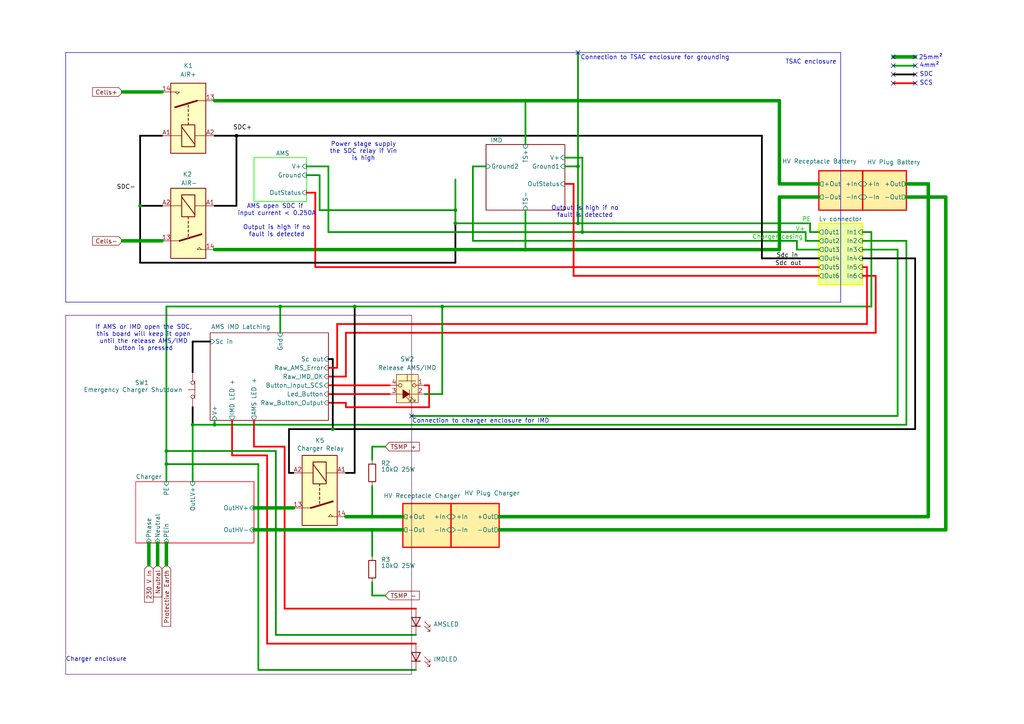
<source format=kicad_sch>
(kicad_sch (version 20231120) (generator "eeschema") (generator_version "8.0")
  (paper "A4")
  (title_block (title "Charger") (date "2024-03-29") (rev "v1.1") (company "EPSA"))
  (lib_symbols
    (symbol "Device:R" (pin_numbers hide) (pin_names (offset 0))
      (property "Reference" "R" (at 2.032 0 90))
      (property "Value" "R" (at 0 0 90))
      (symbol "R_0_1"
        (rectangle (start -1.016 -2.54) (end 1.016 2.54) (stroke (width 0.254)))
      )
      (symbol "R_1_1"
        (pin passive line (at 0 3.81 270) (length 1.27) (name "~") (number "1"))
        (pin passive line (at 0 -3.81 90) (length 1.27) (name "~") (number "2"))
      )
    )
    (symbol "EPSA:LED" (pin_numbers hide) (pin_names (offset 1.016) hide)
      (property "Reference" "D" (at 0 2.54 0))
      (symbol "LED_0_1"
        (polyline (pts (xy -1.27 -1.27) (xy -1.27 1.27)) (stroke (width 0.254)))
        (polyline (pts (xy -1.27 0) (xy 1.27 0)))
        (polyline (pts (xy 1.27 -1.27) (xy 1.27 1.27) (xy -1.27 0) (xy 1.27 -1.27)) (stroke (width 0.254)))
        (polyline (pts (xy -1.27 -2.54) (xy -2.794 -4.064) (xy -2.032 -4.064) (xy -2.794 -4.064) (xy -2.794 -3.302)))
        (polyline (pts (xy 0 -2.54) (xy -1.524 -4.064) (xy -0.762 -4.064) (xy -1.524 -4.064) (xy -1.524 -3.302)))
      )
      (symbol "LED_1_1"
        (pin passive line (at -3.81 0 0) (length 2.54) (name "K") (number "1"))
        (pin passive line (at 3.81 0 180) (length 2.54) (name "A") (number "2"))
      )
    )
    (symbol "Relay:Relay_SPST-NO"
      (property "Reference" "K" (at 11.43 3.81 0))
      (property "Value" "Relay_SPST-NO" (at 11.43 1.27 0))
      (symbol "Relay_SPST-NO_0_0"
        (polyline (pts (xy 7.62 5.08) (xy 7.62 2.54) (xy 6.985 3.175) (xy 7.62 3.81)))
      )
      (symbol "Relay_SPST-NO_0_1"
        (rectangle (start -10.16 5.08) (end 10.16 -5.08) (stroke (width 0.254)) (fill (type background)))
        (rectangle (start -8.255 1.905) (end -1.905 -1.905) (stroke (width 0.254)))
        (polyline (pts (xy -7.62 -1.905) (xy -2.54 1.905)) (stroke (width 0.254)))
        (polyline (pts (xy -5.08 -5.08) (xy -5.08 -1.905)))
        (polyline (pts (xy -5.08 5.08) (xy -5.08 1.905)))
        (polyline (pts (xy -1.905 0) (xy -1.27 0)) (stroke (width 0.254)))
        (polyline (pts (xy -0.635 0) (xy 0 0)) (stroke (width 0.254)))
        (polyline (pts (xy 0.635 0) (xy 1.27 0)) (stroke (width 0.254)))
        (polyline (pts (xy 1.905 0) (xy 2.54 0)) (stroke (width 0.254)))
        (polyline (pts (xy 3.175 0) (xy 3.81 0)) (stroke (width 0.254)))
        (polyline (pts (xy 5.08 -2.54) (xy 3.175 3.81)) (stroke (width 0.508)))
        (polyline (pts (xy 5.08 -2.54) (xy 5.08 -5.08)))
      )
      (symbol "Relay_SPST-NO_1_1"
        (pin passive line (at 5.08 -7.62 90) (length 2.54) (name "~") (number "13"))
        (pin passive line (at 7.62 7.62 270) (length 2.54) (name "~") (number "14"))
        (pin passive line (at -5.08 7.62 270) (length 2.54) (name "~") (number "A1"))
        (pin passive line (at -5.08 -7.62 90) (length 2.54) (name "~") (number "A2"))
      )
    )
    (symbol "Switch:SW_MEC_5G_LED" (pin_names (offset 1.016) hide)
      (property "Reference" "SW" (at 0 7.62 0))
      (property "Value" "SW_MEC_5G_LED" (at 0 -3.81 0))
      (symbol "SW_MEC_5G_LED_0_0"
        (polyline (pts (xy -2.54 0) (xy 2.54 0)))
        (polyline (pts (xy -2.286 -2.159) (xy -1.016 -0.889)))
        (polyline (pts (xy -1.016 -2.159) (xy 0.254 -0.889)))
        (polyline (pts (xy -0.635 1.27) (xy -0.635 -1.27)))
        (polyline (pts (xy -2.286 -1.524) (xy -2.286 -2.159) (xy -1.651 -2.159)))
        (polyline (pts (xy -1.016 -1.524) (xy -1.016 -2.159) (xy -0.381 -2.159)))
        (polyline (pts (xy -0.635 0) (xy 1.27 1.27) (xy 1.27 -1.27) (xy -0.635 0)) (fill (type outline)))
      )
      (symbol "SW_MEC_5G_LED_0_1"
        (circle (center -2.032 2.54) (radius 0.508))
        (polyline (pts (xy 0 3.81) (xy 0 5.588)))
        (polyline (pts (xy 2.54 3.81) (xy -2.54 3.81)))
        (circle (center 2.032 2.54) (radius 0.508))
        (pin passive line (at -5.08 2.54 0) (length 2.54) (name "1") (number "1"))
        (pin passive line (at -5.08 0 0) (length 2.54) (name "2") (number "2"))
        (pin passive line (at 5.08 0 180) (length 2.54) (name "K") (number "3"))
        (pin passive line (at 5.08 2.54 180) (length 2.54) (name "A") (number "4"))
      )
      (symbol "SW_MEC_5G_LED_1_1"
        (rectangle (start -3.175 5.715) (end 3.175 -2.54) (fill (type background)))
      )
    )
    (symbol "Switch:SW_Push_Open" (pin_numbers hide) (pin_names (offset 1.016) hide)
      (property "Reference" "SW" (at 0 2.54 0))
      (property "Value" "SW_Push_Open" (at 0 -1.905 0))
      (symbol "SW_Push_Open_0_1"
        (circle (center -2.032 0) (radius 0.508))
        (polyline (pts (xy -2.54 -0.635) (xy 2.54 -0.635)))
        (polyline (pts (xy 0 -0.635) (xy 0 1.27)))
        (circle (center 2.032 0) (radius 0.508))
        (pin passive line (at -5.08 0 0) (length 2.54) (name "A") (number "1"))
      )
      (symbol "SW_Push_Open_1_1"
        (pin passive line (at 5.08 0 180) (length 2.54) (name "B") (number "2"))
      )
    )
  )
  (junction (at 40.64 59.69))
  (junction (at 48.26 130.81))
  (junction (at 107.95 153.67))
  (junction (at 168.91 67.31))
  (junction (at 152.4 72.39))
  (junction (at 132.08 60.96))
  (junction (at 152.4 29.21))
  (junction (at 128.27 88.9))
  (junction (at 68.58 39.37) (color 0 0 0 1))
  (junction (at 107.95 149.86))
  (junction (at 167.64 64.77))
  (junction (at 48.26 134.62))
  (junction (at 81.28 88.9))
  (junction (at 96.52 124.46))
  (junction (at 62.23 123.19))
  (junction (at 132.08 64.77))
  (junction (at 55.88 123.19))
  (junction (at 167.64 48.26))
  (junction (at 102.87 88.9))
  (no_connect (at 265.43 24.13))
  (no_connect (at 265.43 21.59))
  (no_connect (at 265.43 16.51))
  (no_connect (at 167.64 15.24))
  (no_connect (at 259.08 21.59))
  (no_connect (at 265.43 19.05))
  (no_connect (at 259.08 16.51))
  (no_connect (at 259.08 19.05))
  (no_connect (at 259.08 24.13))
  (no_connect (at 119.38 120.65))
  (wire (pts (xy 107.95 172.72) (xy 111.76 172.72)) (stroke (width 0.5)))
  (wire (pts (xy 91.44 55.88) (xy 91.44 77.47)) (stroke (width 0.508) (color 255 0 0 1)))
  (wire (pts (xy 234.95 64.77) (xy 234.95 67.31)) (stroke (width 0.5)))
  (wire (pts (xy 259.08 21.59) (xy 265.43 21.59)) (stroke (width 0.508) (color 0 0 0 1)))
  (wire (pts (xy 82.55 176.53) (xy 120.65 176.53)) (stroke (width 0.508) (color 255 0 0 1)))
  (wire (pts (xy 137.16 48.26) (xy 140.97 48.26)) (stroke (width 0.5)))
  (wire (pts (xy 262.89 69.85) (xy 262.89 123.19)) (stroke (width 0.5)))
  (wire (pts (xy 40.64 76.2) (xy 132.08 76.2)) (stroke (width 0.508) (color 0 0 0 1)))
  (wire (pts (xy 132.08 76.2) (xy 132.08 64.77)) (stroke (width 0.508) (color 0 0 0 1)))
  (wire (pts (xy 119.38 120.65) (xy 260.35 120.65)) (stroke (width 0.5)))
  (wire (pts (xy 96.52 124.46) (xy 265.43 124.46)) (stroke (width 0.508) (color 0 0 0 1)))
  (wire (pts (xy 252.73 88.9) (xy 128.27 88.9)) (stroke (width 0.5)))
  (wire (pts (xy 95.25 111.76) (xy 113.03 111.76)) (stroke (width 0.508) (color 255 0 0 1)))
  (wire (pts (xy 107.95 149.86) (xy 100.33 149.86)) (stroke (width 1.016)))
  (wire (pts (xy 55.88 99.06) (xy 55.88 107.95)) (stroke (width 0.508) (color 0 0 0 1)))
  (wire (pts (xy 83.82 124.46) (xy 83.82 137.16)) (stroke (width 0.508) (color 0 0 0 1)))
  (wire (pts (xy 166.37 53.34) (xy 166.37 80.01)) (stroke (width 0.508) (color 255 0 0 1)))
  (wire (pts (xy 82.55 129.54) (xy 82.55 176.53)) (stroke (width 0.508) (color 255 0 0 1)))
  (wire (pts (xy 124.46 111.76) (xy 123.19 111.76)) (stroke (width 0.508) (color 255 0 0 1)))
  (wire (pts (xy 107.95 140.97) (xy 107.95 149.86)) (stroke (width 0.5)))
  (wire (pts (xy 234.95 67.31) (xy 237.49 67.31)) (stroke (width 0.5)))
  (wire (pts (xy 231.14 69.85) (xy 231.14 72.39)) (stroke (width 0.5)))
  (wire (pts (xy 251.46 77.47) (xy 251.46 93.98)) (stroke (width 0.508) (color 255 0 0 1)))
  (wire (pts (xy 132.08 60.96) (xy 132.08 52.07)) (stroke (width 0.5)))
  (wire (pts (xy 62.23 123.19) (xy 262.89 123.19)) (stroke (width 0.5)))
  (wire (pts (xy 48.26 134.62) (xy 74.93 134.62)) (stroke (width 0.5)))
  (wire (pts (xy 92.71 50.8) (xy 88.9 50.8)) (stroke (width 0.5)))
  (wire (pts (xy 167.64 48.26) (xy 167.64 64.77)) (stroke (width 0.5)))
  (wire (pts (xy 77.47 186.69) (xy 120.65 186.69)) (stroke (width 0.508) (color 255 0 0 1)))
  (wire (pts (xy 81.28 88.9) (xy 48.26 88.9)) (stroke (width 0.5)))
  (wire (pts (xy 100.33 96.52) (xy 100.33 109.22)) (stroke (width 0.508) (color 255 0 0 1)))
  (wire (pts (xy 128.27 88.9) (xy 102.87 88.9)) (stroke (width 0.5)))
  (wire (pts (xy 152.4 72.39) (xy 226.06 72.39)) (stroke (width 1)))
  (wire (pts (xy 95.25 104.14) (xy 96.52 104.14)) (stroke (width 0.508) (color 0 0 0 1)))
  (wire (pts (xy 137.16 69.85) (xy 231.14 69.85)) (stroke (width 0.5)))
  (wire (pts (xy 250.19 67.31) (xy 252.73 67.31)) (stroke (width 0.5)))
  (wire (pts (xy 116.84 149.86) (xy 107.95 149.86)) (stroke (width 1.016)))
  (wire (pts (xy 55.88 118.11) (xy 55.88 123.19)) (stroke (width 0.508) (color 0 0 0 1)))
  (wire (pts (xy 260.35 72.39) (xy 260.35 120.65)) (stroke (width 0.5)))
  (wire (pts (xy 92.71 60.96) (xy 132.08 60.96)) (stroke (width 0.5)))
  (wire (pts (xy 274.32 57.15) (xy 262.89 57.15)) (stroke (width 1.016)))
  (wire (pts (xy 252.73 67.31) (xy 252.73 88.9)) (stroke (width 0.5)))
  (wire (pts (xy 73.66 153.67) (xy 107.95 153.67)) (stroke (width 1.016)))
  (wire (pts (xy 167.64 15.24) (xy 167.64 48.26)) (stroke (width 0.5)))
  (wire (pts (xy 40.64 39.37) (xy 40.64 59.69)) (stroke (width 0.508) (color 0 0 0 1)))
  (wire (pts (xy 233.68 69.85) (xy 237.49 69.85)) (stroke (width 0.5)))
  (polyline (pts (xy 19.05 15.24) (xy 19.05 87.63)) (stroke (width 0) (type solid)))
  (wire (pts (xy 100.33 118.11) (xy 100.33 116.84)) (stroke (width 0.508) (color 255 0 0 1)))
  (wire (pts (xy 88.9 55.88) (xy 91.44 55.88)) (stroke (width 0.508) (color 255 0 0 1)))
  (wire (pts (xy 250.19 80.01) (xy 254 80.01)) (stroke (width 0.508) (color 255 0 0 1)))
  (wire (pts (xy 269.24 53.34) (xy 262.89 53.34)) (stroke (width 1.016)))
  (wire (pts (xy 226.06 57.15) (xy 226.06 72.39)) (stroke (width 1)))
  (wire (pts (xy 80.01 184.15) (xy 120.65 184.15)) (stroke (width 0.5)))
  (wire (pts (xy 68.58 59.69) (xy 62.23 59.69)) (stroke (width 0.508) (color 0 0 0 1)))
  (polyline (pts (xy 243.84 15.24) (xy 19.05 15.24)) (stroke (width 0) (type solid)))
  (wire (pts (xy 77.47 132.08) (xy 77.47 186.69)) (stroke (width 0.508) (color 255 0 0 1)))
  (wire (pts (xy 259.08 24.13) (xy 265.43 24.13)) (stroke (width 0.508) (color 255 0 0 1)))
  (wire (pts (xy 40.64 59.69) (xy 40.64 76.2)) (stroke (width 0.508) (color 0 0 0 1)))
  (wire (pts (xy 167.64 64.77) (xy 234.95 64.77)) (stroke (width 0.5)))
  (wire (pts (xy 62.23 72.39) (xy 152.4 72.39)) (stroke (width 1)))
  (wire (pts (xy 62.23 39.37) (xy 68.58 39.37)) (stroke (width 0.508) (color 0 0 0 1)))
  (wire (pts (xy 231.14 72.39) (xy 237.49 72.39)) (stroke (width 0.5)))
  (wire (pts (xy 95.25 67.31) (xy 168.91 67.31)) (stroke (width 0.5)))
  (wire (pts (xy 91.44 77.47) (xy 237.49 77.47)) (stroke (width 0.508) (color 255 0 0 1)))
  (wire (pts (xy 43.18 163.83) (xy 43.18 157.48)) (stroke (width 1.016)))
  (wire (pts (xy 128.27 88.9) (xy 128.27 114.3)) (stroke (width 0.5)))
  (wire (pts (xy 55.88 123.19) (xy 55.88 139.7)) (stroke (width 0.5)))
  (wire (pts (xy 97.79 93.98) (xy 97.79 106.68)) (stroke (width 0.508) (color 255 0 0 1)))
  (wire (pts (xy 96.52 104.14) (xy 96.52 124.46)) (stroke (width 0.508) (color 0 0 0 1)))
  (wire (pts (xy 254 96.52) (xy 100.33 96.52)) (stroke (width 0.508) (color 255 0 0 1)))
  (wire (pts (xy 100.33 116.84) (xy 95.25 116.84)) (stroke (width 0.508) (color 255 0 0 1)))
  (wire (pts (xy 168.91 45.72) (xy 168.91 67.31)) (stroke (width 0.5)))
  (wire (pts (xy 107.95 129.54) (xy 107.95 133.35)) (stroke (width 0.5)))
  (wire (pts (xy 48.26 130.81) (xy 48.26 134.62)) (stroke (width 0.5)))
  (wire (pts (xy 73.66 147.32) (xy 85.09 147.32)) (stroke (width 1.016)))
  (polyline (pts (xy 243.84 22.86) (xy 243.84 15.24)) (stroke (width 0) (type solid)))
  (wire (pts (xy 62.23 29.21) (xy 152.4 29.21)) (stroke (width 1)))
  (wire (pts (xy 220.98 74.93) (xy 237.49 74.93)) (stroke (width 0.508) (color 0 0 0 1)))
  (wire (pts (xy 265.43 74.93) (xy 250.19 74.93)) (stroke (width 0.508) (color 0 0 0 1)))
  (wire (pts (xy 250.19 72.39) (xy 260.35 72.39)) (stroke (width 0.5)))
  (wire (pts (xy 62.23 121.92) (xy 62.23 123.19)) (stroke (width 0.5)))
  (polyline (pts (xy 19.05 87.63) (xy 243.84 87.63)) (stroke (width 0) (type solid)))
  (wire (pts (xy 48.26 163.83) (xy 48.26 157.48)) (stroke (width 1.016)))
  (wire (pts (xy 74.93 194.31) (xy 120.65 194.31)) (stroke (width 0.5)))
  (wire (pts (xy 144.78 149.86) (xy 269.24 149.86)) (stroke (width 1.016)))
  (wire (pts (xy 107.95 153.67) (xy 116.84 153.67)) (stroke (width 1.016)))
  (wire (pts (xy 68.58 39.37) (xy 220.98 39.37)) (stroke (width 0.508) (color 0 0 0 1)))
  (wire (pts (xy 68.58 39.37) (xy 68.58 59.69)) (stroke (width 0.508) (color 0 0 0 1)))
  (wire (pts (xy 45.72 163.83) (xy 45.72 157.48)) (stroke (width 1.016)))
  (wire (pts (xy 100.33 137.16) (xy 102.87 137.16)) (stroke (width 0.508) (color 0 0 0 1)))
  (wire (pts (xy 81.28 88.9) (xy 81.28 96.52)) (stroke (width 0.5)))
  (wire (pts (xy 251.46 77.47) (xy 250.19 77.47)) (stroke (width 0.508) (color 255 0 0 1)))
  (wire (pts (xy 102.87 88.9) (xy 102.87 137.16)) (stroke (width 0.508) (color 0 0 0 1)))
  (wire (pts (xy 124.46 118.11) (xy 100.33 118.11)) (stroke (width 0.508) (color 255 0 0 1)))
  (wire (pts (xy 152.4 29.21) (xy 226.06 29.21)) (stroke (width 1)))
  (wire (pts (xy 123.19 114.3) (xy 128.27 114.3)) (stroke (width 0.5)))
  (wire (pts (xy 274.32 57.15) (xy 274.32 153.67)) (stroke (width 1.016)))
  (wire (pts (xy 73.66 121.92) (xy 73.66 129.54)) (stroke (width 0.508) (color 255 0 0 1)))
  (wire (pts (xy 168.91 45.72) (xy 163.83 45.72)) (stroke (width 0.5)))
  (wire (pts (xy 95.25 48.26) (xy 95.25 67.31)) (stroke (width 0.5)))
  (wire (pts (xy 220.98 39.37) (xy 220.98 74.93)) (stroke (width 0.508) (color 0 0 0 1)))
  (wire (pts (xy 167.64 48.26) (xy 163.83 48.26)) (stroke (width 0.5)))
  (wire (pts (xy 48.26 88.9) (xy 48.26 130.81)) (stroke (width 0.5)))
  (wire (pts (xy 95.25 109.22) (xy 100.33 109.22)) (stroke (width 0.508) (color 255 0 0 1)))
  (wire (pts (xy 107.95 153.67) (xy 107.95 161.29)) (stroke (width 0.5)))
  (wire (pts (xy 73.66 129.54) (xy 82.55 129.54)) (stroke (width 0.508) (color 255 0 0 1)))
  (wire (pts (xy 97.79 93.98) (xy 251.46 93.98)) (stroke (width 0.508) (color 255 0 0 1)))
  (wire (pts (xy 83.82 137.16) (xy 85.09 137.16)) (stroke (width 0.508) (color 0 0 0 1)))
  (wire (pts (xy 226.06 29.21) (xy 226.06 53.34)) (stroke (width 1)))
  (wire (pts (xy 233.68 67.31) (xy 233.68 69.85)) (stroke (width 0.5)))
  (wire (pts (xy 97.79 106.68) (xy 95.25 106.68)) (stroke (width 0.508) (color 255 0 0 1)))
  (wire (pts (xy 107.95 129.54) (xy 111.76 129.54)) (stroke (width 0.5)))
  (wire (pts (xy 62.23 123.19) (xy 55.88 123.19)) (stroke (width 0.5)))
  (wire (pts (xy 74.93 134.62) (xy 74.93 194.31)) (stroke (width 0.5)))
  (wire (pts (xy 254 80.01) (xy 254 96.52)) (stroke (width 0.508) (color 255 0 0 1)))
  (wire (pts (xy 144.78 153.67) (xy 274.32 153.67)) (stroke (width 1.016)))
  (wire (pts (xy 163.83 53.34) (xy 166.37 53.34)) (stroke (width 0.508) (color 255 0 0 1)))
  (wire (pts (xy 265.43 124.46) (xy 265.43 74.93)) (stroke (width 0.508) (color 0 0 0 1)))
  (wire (pts (xy 168.91 67.31) (xy 233.68 67.31)) (stroke (width 0.5)))
  (wire (pts (xy 40.64 59.69) (xy 46.99 59.69)) (stroke (width 0.508) (color 0 0 0 1)))
  (wire (pts (xy 95.25 114.3) (xy 113.03 114.3)) (stroke (width 0.508) (color 255 0 0 1)))
  (polyline (pts (xy 243.84 22.86) (xy 243.84 87.63)) (stroke (width 0) (type solid)))
  (wire (pts (xy 124.46 111.76) (xy 124.46 118.11)) (stroke (width 0.508) (color 255 0 0 1)))
  (wire (pts (xy 132.08 64.77) (xy 132.08 60.96)) (stroke (width 0.5)))
  (wire (pts (xy 102.87 88.9) (xy 81.28 88.9)) (stroke (width 0.5)))
  (wire (pts (xy 80.01 184.15) (xy 80.01 130.81)) (stroke (width 0.5)))
  (wire (pts (xy 107.95 168.91) (xy 107.95 172.72)) (stroke (width 0.5)))
  (wire (pts (xy 166.37 80.01) (xy 237.49 80.01)) (stroke (width 0.508) (color 255 0 0 1)))
  (wire (pts (xy 35.56 26.67) (xy 46.99 26.67)) (stroke (width 1)))
  (wire (pts (xy 67.31 132.08) (xy 67.31 121.92)) (stroke (width 0.508) (color 255 0 0 1)))
  (wire (pts (xy 226.06 53.34) (xy 237.49 53.34)) (stroke (width 1)))
  (wire (pts (xy 80.01 130.81) (xy 48.26 130.81)) (stroke (width 0.5)))
  (wire (pts (xy 259.08 16.51) (xy 265.43 16.51)) (stroke (width 1.016)))
  (wire (pts (xy 92.71 50.8) (xy 92.71 60.96)) (stroke (width 0.5)))
  (wire (pts (xy 152.4 60.96) (xy 152.4 72.39)) (stroke (width 0.5)))
  (wire (pts (xy 35.56 69.85) (xy 46.99 69.85)) (stroke (width 1)))
  (wire (pts (xy 55.88 99.06) (xy 60.96 99.06)) (stroke (width 0.508) (color 0 0 0 1)))
  (wire (pts (xy 137.16 48.26) (xy 137.16 69.85)) (stroke (width 0.5)))
  (wire (pts (xy 40.64 39.37) (xy 46.99 39.37)) (stroke (width 0.508) (color 0 0 0 1)))
  (wire (pts (xy 67.31 132.08) (xy 77.47 132.08)) (stroke (width 0.508) (color 255 0 0 1)))
  (wire (pts (xy 88.9 48.26) (xy 95.25 48.26)) (stroke (width 0.5)))
  (wire (pts (xy 132.08 64.77) (xy 167.64 64.77)) (stroke (width 0.5)))
  (wire (pts (xy 226.06 57.15) (xy 237.49 57.15)) (stroke (width 1)))
  (wire (pts (xy 152.4 29.21) (xy 152.4 41.91)) (stroke (width 0.5)))
  (wire (pts (xy 259.08 19.05) (xy 265.43 19.05)) (stroke (width 0.508)))
  (wire (pts (xy 250.19 69.85) (xy 262.89 69.85)) (stroke (width 0.5)))
  (wire (pts (xy 83.82 124.46) (xy 96.52 124.46)) (stroke (width 0.508) (color 0 0 0 1)))
  (wire (pts (xy 269.24 149.86) (xy 269.24 53.34)) (stroke (width 1.016)))
  (wire (pts (xy 48.26 134.62) (xy 48.26 139.7)) (stroke (width 0.5)))
  (rectangle (start 19.05 91.44) (end 119.38 195.58) (stroke (width 0.127) (color 72 0 72 1)))
  (text "Sdc out" (at 228.6 76.454 0) (effects (font (size 1.27 1.27))))
  (text "SDC-" (at 36.576 54.356 0) (effects (font (size 1.27 1.27))))
  (text "V+" (at 232.156 66.548 0) (effects (font (size 1.27 1.27))))
  (text "Sdc in" (at 228.346 74.168 0) (effects (font (size 1.27 1.27))))
  (text "Output is high if no\nfault is detected" (at 169.672 61.468 0) (effects (font (size 1.27 1.27))))
  (text "Connection to TSAC enclosure for grounding\n" (at 189.992 16.764 0) (effects (font (size 1.27 1.27))))
  (text "25mm²\n\n" (at 266.446 19.558 0) (effects (font (size 1.27 1.27)) (justify left bottom)))
  (text "Charger enclosure" (at 27.94 191.262 0) (effects (font (size 1.27 1.27))))
  (text "Charger casing" (at 225.552 68.834 0) (effects (font (size 1.27 1.27))))
  (text "Power stage supply\nthe SDC relay if Vin\nis high" (at 105.41 43.942 0) (effects (font (size 1.27 1.27))))
  (text "AMS open SDC if \ninput current < 0.250A\n\nOutput is high if no\nfault is detected" (at 80.264 64.008 0) (effects (font (size 1.27 1.27))))
  (text "TSAC enclosure\n" (at 235.204 18.034 0) (effects (font (size 1.27 1.27))))
  (text "Connection to charger enclosure for IMD\n" (at 139.446 122.174 0) (effects (font (size 1.27 1.27))))
  (text "SDC" (at 266.7 22.352 0) (effects (font (size 1.27 1.27)) (justify left bottom)))
  (text "If AMS or IMD open the SDC,\nthis board will keep it open\nuntil the release AMS/IMD\nbutton is pressed" (at 41.656 98.044 0) (effects (font (size 1.27 1.27))))
  (text "SDC+" (at 70.358 37.084 0) (effects (font (size 1.27 1.27))))
  (text "PE\n" (at 233.934 63.754 0) (effects (font (size 1.27 1.27))))
  (text "4mm²" (at 266.7 19.812 0) (effects (font (size 1.27 1.27)) (justify left bottom)))
  (text "SCS" (at 266.7 24.892 0) (effects (font (size 1.27 1.27)) (justify left bottom)))
  (global_label "230 V In" (shape input) (at 43.18 163.83 270) (property "Intersheetrefs" "${INTERSHEET_REFS}" (effects (hide yes))))
  (global_label "TSMP -" (shape input) (at 111.76 172.72 0) (property "Intersheetrefs" "${INTERSHEET_REFS}" (effects (hide yes))))
  (global_label "Cells+" (shape input) (at 35.56 26.67 180) (property "Intersheetrefs" "${INTERSHEET_REFS}" (effects (hide yes))))
  (global_label "TSMP +" (shape input) (at 111.76 129.54 0) (property "Intersheetrefs" "${INTERSHEET_REFS}" (effects (hide yes))))
  (global_label "Protective Earth" (shape input) (at 48.26 163.83 270) (property "Intersheetrefs" "${INTERSHEET_REFS}" (effects (hide yes))))
  (global_label "Cells-" (shape input) (at 35.56 69.85 180) (property "Intersheetrefs" "${INTERSHEET_REFS}" (effects (hide yes))))
  (global_label "Neutral" (shape input) (at 45.72 163.83 270) (property "Intersheetrefs" "${INTERSHEET_REFS}" (effects (hide yes))))
  (symbol (lib_id "Switch:SW_MEC_5G_LED") (at 118.11 114.3 0) (mirror y) (unit 1)
    (property "Reference" "SW2" (at 118.11 104.14 0))
    (property "Value" "Release AMS/IMD" (at 118.11 106.68 0))
    (property "Datasheet" "http://www.apem.com/int/index.php?controller=attachment&id_attachment=488" (effects (hide yes)))
    (property "Description" "MEC 5G single pole normally-open illuminated tactile switch" (effects (hide yes)))
  )
  (symbol (lib_id "Relay:Relay_SPST-NO") (at 54.61 64.77 270) (unit 1)
    (property "Reference" "K2" (at 54.356 50.546 90))
    (property "Value" "AIR-" (at 54.864 53.086 90))
    (property "Description" "Relay SPST, Normally Open, EN50005" (effects (hide yes)))
  )
  (symbol (lib_id "EPSA:LED") (at 120.65 180.34 90) (unit 1) (exclude_from_sim yes)
    (property "Reference" "AMSLED" (at 125.73 181.0384 90) (effects (justify right)))
    (property "Value" "LED" (effects (hide yes)))
    (property "Description" "Light emitting diode" (effects (hide yes)))
    (property "Sim.Pins" "1=1 2=2" (effects (hide yes)))
    (property "Sim.Device" "SPICE" (effects (hide yes)))
    (property "Sim.Params" "type=\"D\" model=\"LED\" lib=\"\"" (effects (hide yes)))
  )
  (symbol (lib_id "EPSA:LED") (at 120.65 190.5 90) (unit 1) (exclude_from_sim yes)
    (property "Reference" "IMDLED" (at 125.73 191.1984 90) (effects (justify right)))
    (property "Value" "LED" (effects (hide yes)))
    (property "Description" "Light emitting diode" (effects (hide yes)))
    (property "Sim.Pins" "1=1 2=2" (effects (hide yes)))
    (property "Sim.Device" "SPICE" (effects (hide yes)))
    (property "Sim.Params" "type=\"D\" model=\"LED\" lib=\"\"" (effects (hide yes)))
  )
  (symbol (lib_id "Device:R") (at 107.95 165.1 0) (unit 1)
    (property "Reference" "R3" (at 110.49 162.306 0) (effects (justify left)))
    (property "Value" "10kΩ 25W" (at 110.49 164.084 0) (effects (justify left)))
    (property "Description" "Ohmite HS25 15K J " (effects (hide yes)))
    (property "Current rating" "0.04A @ 600V" (effects (hide yes)))
  )
  (symbol (lib_id "Relay:Relay_SPST-NO") (at 92.71 142.24 270) (unit 1)
    (property "Reference" "K5" (at 91.44 127.762 90) (effects (justify left)))
    (property "Value" "Charger Relay" (at 86.106 130.048 90) (effects (justify left)))
    (property "Description" "Relay SPST, Normally Open, EN50005" (effects (hide yes)))
  )
  (symbol (lib_id "Relay:Relay_SPST-NO") (at 54.61 34.29 90) (unit 1)
    (property "Reference" "K1" (at 54.61 19.05 90))
    (property "Value" "AIR+" (at 54.61 21.59 90))
    (property "Description" "Relay SPST, Normally Open, EN50005" (effects (hide yes)))
  )
  (symbol (lib_id "Switch:SW_Push_Open") (at 55.88 113.03 90) (unit 1)
    (property "Reference" "SW1" (at 41.148 110.998 90))
    (property "Value" "Emergency Charger Shutdown" (at 38.608 113.03 90))
    (property "Description" "Push button switch, push-to-open, generic, two pins" (effects (hide yes)))
  )
  (symbol (lib_id "Device:R") (at 107.95 137.16 0) (unit 1)
    (property "Reference" "R2" (at 110.49 134.366 0) (effects (justify left)))
    (property "Value" "10kΩ 25W" (at 110.49 136.144 0) (effects (justify left)))
    (property "Description" "Ohmite HS25 15K J " (effects (hide yes)))
    (property "Current rating" "0.04A @ 600V" (effects (hide yes)))
  )
  (sheet (at 140.97 41.91) (size 22.86 19.05) (stroke (width 0.1524))
    (property "Sheetname" "IMD" (at 142.24 41.402 0) (effects (justify left bottom)))
    (property "Sheetfile" "IMD.kicad_sch" (effects (hide yes)))
    (property "Description" "Bender IR155-3203 " (effects (hide yes)))
    (property "Current rating" "2A" (effects (hide yes)))
    (pin "TS+" input (at 152.4 41.91 90))
    (pin "TS-" input (at 152.4 60.96 270))
    (pin "V+" input (at 163.83 45.72 0))
    (pin "Ground1" input (at 163.83 48.26 0))
    (pin "Ground2" input (at 140.97 48.26 180))
    (pin "OutStatus" input (at 163.83 53.34 0))
  )
  (sheet (at 237.49 49.53) (size 12.7 11.43) (stroke (width 0.381) (color 255 0 4 1)) (fill (color 255 211 0 0.3500))
    (property "Sheetname" "HV Receptacle Battery" (at 226.822 47.498 0) (effects (justify left bottom)))
    (property "Sheetfile" "HV Connector.kicad_sch" (effects (hide yes)))
    (property "Description" "Amphenol UPCR012ALS1" (effects (hide yes)))
    (property "Current rating" "250A" (effects (hide yes)))
    (pin "+In" input (at 250.19 53.34 0))
    (pin "-In" input (at 250.19 57.15 0))
    (pin "+Out" output (at 237.49 53.34 180))
    (pin "-Out" output (at 237.49 57.15 180))
  )
  (sheet (at 250.19 49.53) (size 12.7 11.43) (stroke (width 0.381) (color 255 0 4 1)) (fill (color 255 211 0 0.3500))
    (property "Sheetname" "HV Plug Battery" (at 251.46 47.752 0) (effects (justify left bottom)))
    (property "Sheetfile" "HV Connector.kicad_sch" (effects (hide yes)))
    (property "Description" "Amphenol UPCR012ALS1" (effects (hide yes)))
    (property "Current rating" "250A" (effects (hide yes)))
    (pin "+In" input (at 250.19 53.34 180))
    (pin "-In" input (at 250.19 57.15 180))
    (pin "+Out" output (at 262.89 53.34 0))
    (pin "-Out" output (at 262.89 57.15 0))
  )
  (sheet (at 116.84 146.05) (size 13.97 12.7) (stroke (width 0.381) (color 255 0 4 1)) (fill (color 255 211 0 0.3500))
    (property "Sheetname" "HV Receptacle Charger" (at 111.252 144.526 0) (effects (justify left bottom)))
    (property "Sheetfile" "HV Connector.kicad_sch" (effects (hide yes)))
    (property "Description" "Amphenol UPCR012ALS1" (effects (hide yes)))
    (property "Current rating" "250A" (effects (hide yes)))
    (pin "+In" input (at 130.81 149.86 0))
    (pin "-In" input (at 130.81 153.67 0))
    (pin "+Out" output (at 116.84 149.86 180))
    (pin "-Out" output (at 116.84 153.67 180))
  )
  (sheet (at 237.49 64.77) (size 12.7 17.78) (stroke (width 0.381) (color 249 255 1 1)) (fill (color 201 255 0 0.3500))
    (property "Sheetname" "Lv connector" (at 237.49 64.262 0) (effects (justify left bottom)))
    (property "Sheetfile" "HV Connector.kicad_sch" (effects (hide yes)))
    (property "Description" "Amphenol UPCR012ALS1" (effects (hide yes)))
    (property "Current rating" "250A" (effects (hide yes)))
    (pin "In1" input (at 250.19 67.31 0))
    (pin "In2" input (at 250.19 69.85 0))
    (pin "Out1" output (at 237.49 67.31 180))
    (pin "Out2" output (at 237.49 69.85 180))
    (pin "In3" input (at 250.19 72.39 0))
    (pin "Out3" output (at 237.49 72.39 180))
    (pin "In4" input (at 250.19 74.93 0))
    (pin "Out4" output (at 237.49 74.93 180))
    (pin "In5" input (at 250.19 77.47 0))
    (pin "Out5" output (at 237.49 77.47 180))
    (pin "Out6" output (at 237.49 80.01 180))
    (pin "In6" input (at 250.19 80.01 0))
  )
  (sheet (at 39.37 139.7) (size 34.29 17.78) (stroke (width 0.1524) (color 255 0 21 1))
    (property "Sheetname" "Charger" (at 39.37 138.9884 0) (effects (justify left bottom)))
    (property "Sheetfile" "Raw Charger.kicad_sch" (effects (hide yes)))
    (pin "OutHV+" input (at 73.66 147.32 0))
    (pin "PE" input (at 48.26 139.7 90))
    (pin "OutHV-" input (at 73.66 153.67 0))
    (pin "PEin" input (at 48.26 157.48 270))
    (pin "Neutral" input (at 45.72 157.48 270))
    (pin "OutLV+" input (at 55.88 139.7 90))
    (pin "Phase" input (at 43.18 157.48 270))
  )
  (sheet (at 60.96 96.52) (size 34.29 25.4) (stroke (width 0.1524))
    (property "Sheetname" "AMS IMD Latching" (at 61.214 95.504 0) (effects (justify left bottom)))
    (property "Sheetfile" "AMS_IMD_Reset.kicad_sch" (effects (hide yes)))
    (pin "V+" input (at 62.23 121.92 270))
    (pin "Gnd" input (at 81.28 96.52 90))
    (pin "Raw_AMS_Error" input (at 95.25 106.68 0))
    (pin "Sc in" input (at 60.96 99.06 180))
    (pin "Raw_IMD_OK" input (at 95.25 109.22 0))
    (pin "Sc out" input (at 95.25 104.14 0))
    (pin "Button_Input_SCS" input (at 95.25 111.76 0))
    (pin "Raw_Button_Output" input (at 95.25 116.84 0))
    (pin "Led_Button" input (at 95.25 114.3 0))
    (pin "IMD LED +" output (at 67.31 121.92 270))
    (pin "AMS LED +" output (at 73.66 121.92 270))
  )
  (sheet (at 130.81 146.05) (size 13.97 12.7) (stroke (width 0.381) (color 255 0 4 1)) (fill (color 255 211 0 0.3500))
    (property "Sheetname" "HV Plug Charger" (at 134.62 143.764 0) (effects (justify left bottom)))
    (property "Sheetfile" "HV Connector.kicad_sch" (effects (hide yes)))
    (property "Description" "Amphenol UPCR012ALS1" (effects (hide yes)))
    (property "Current rating" "250A" (effects (hide yes)))
    (pin "+In" input (at 130.81 149.86 180))
    (pin "-In" input (at 130.81 153.67 180))
    (pin "+Out" output (at 144.78 149.86 0))
    (pin "-Out" output (at 144.78 153.67 0))
  )
  (sheet (at 73.66 45.72) (size 15.24 12.7) (stroke (width 0.1524) (color 26 255 0 1))
    (property "Sheetname" "AMS" (at 80.01 45.212 0) (effects (justify left bottom)))
    (property "Sheetfile" "AMS.kicad_sch" (effects (hide yes)))
    (pin "V+" input (at 88.9 48.26 0))
    (pin "Ground" input (at 88.9 50.8 0))
    (pin "OutStatus" input (at 88.9 55.88 0))
  )
)
</source>
